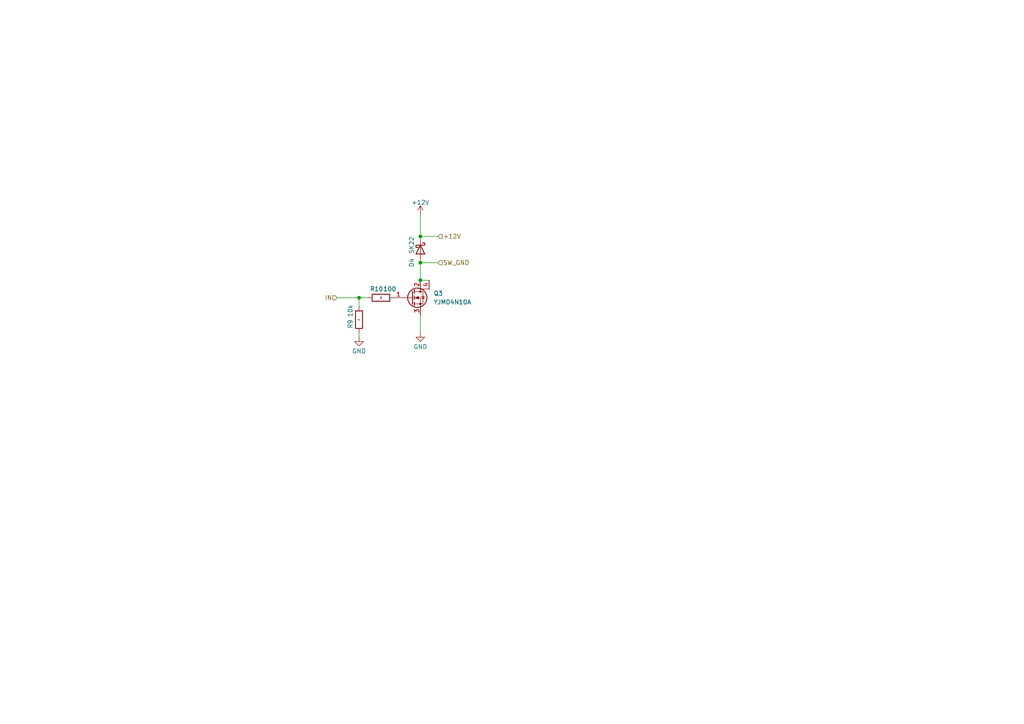
<source format=kicad_sch>
(kicad_sch (version 20231120) (generator "eeschema") (generator_version "8.0")
  (paper "A4")
  (lib_symbols
    (symbol "Device:D_Schottky" (pin_numbers hide) (pin_names (offset 1.016) hide)
      (property "Reference" "D" (at 0 2.54 0))
      (property "Value" "D_Schottky" (at 0 -2.54 0))
      (symbol "D_Schottky_0_1"
        (polyline (pts (xy 1.27 0) (xy -1.27 0)))
        (polyline (pts (xy 1.27 1.27) (xy 1.27 -1.27) (xy -1.27 0) (xy 1.27 1.27)) (stroke (width 0.254)))
        (polyline (pts (xy -1.905 0.635) (xy -1.905 1.27) (xy -1.27 1.27) (xy -1.27 -1.27) (xy -0.635 -1.27) (xy -0.635 -0.635)) (stroke (width 0.254)))
      )
      (symbol "D_Schottky_1_1"
        (pin passive line (at -3.81 0 0) (length 2.54) (name "K") (number "1"))
        (pin passive line (at 3.81 0 180) (length 2.54) (name "A") (number "2"))
      )
    )
    (symbol "Device:Q_NMOS_GDSD" (pin_names (offset 0) hide)
      (property "Reference" "Q" (at 5.08 1.27 0))
      (property "Value" "Q_NMOS_GDSD" (at 5.08 -1.27 0))
      (symbol "Q_NMOS_GDSD_0_1"
        (polyline (pts (xy 0.254 0) (xy -2.54 0)))
        (polyline (pts (xy 0.254 1.905) (xy 0.254 -1.905)) (stroke (width 0.254)))
        (polyline (pts (xy 0.762 -1.27) (xy 0.762 -2.286)) (stroke (width 0.254)))
        (polyline (pts (xy 0.762 0.508) (xy 0.762 -0.508)) (stroke (width 0.254)))
        (polyline (pts (xy 0.762 2.286) (xy 0.762 1.27)) (stroke (width 0.254)))
        (polyline (pts (xy 2.54 -2.54) (xy 2.54 0) (xy 0.762 0)))
        (polyline (pts (xy 5.08 2.54) (xy 2.54 2.54) (xy 2.54 1.778)))
        (polyline (pts (xy 0.762 -1.778) (xy 3.302 -1.778) (xy 3.302 1.778) (xy 0.762 1.778)))
        (polyline (pts (xy 1.016 0) (xy 2.032 0.381) (xy 2.032 -0.381) (xy 1.016 0)) (fill (type outline)))
        (polyline (pts (xy 2.794 0.508) (xy 2.921 0.381) (xy 3.683 0.381) (xy 3.81 0.254)))
        (polyline (pts (xy 3.302 0.381) (xy 2.921 -0.254) (xy 3.683 -0.254) (xy 3.302 0.381)))
        (circle (center 1.651 0) (radius 2.794) (stroke (width 0.254)))
        (circle (center 2.54 -1.778) (radius 0.254) (fill (type outline)))
        (circle (center 2.54 1.778) (radius 0.254) (fill (type outline)))
      )
      (symbol "Q_NMOS_GDSD_1_1"
        (pin input line (at -5.08 0 0) (length 2.54) (name "G") (number "1"))
        (pin passive line (at 2.54 5.08 270) (length 2.54) (name "D") (number "2"))
        (pin passive line (at 2.54 -5.08 90) (length 2.54) (name "S") (number "3"))
        (pin passive line (at 5.08 5.08 270) (length 2.54) (name "D") (number "4"))
      )
    )
    (symbol "Device:R" (pin_numbers hide) (pin_names (offset 0))
      (property "Reference" "R" (at 2.032 0 90))
      (property "Value" "R" (at 0 0 90))
      (symbol "R_0_1"
        (rectangle (start -1.016 -2.54) (end 1.016 2.54) (stroke (width 0.254)))
      )
      (symbol "R_1_1"
        (pin passive line (at 0 3.81 270) (length 1.27) (name "~") (number "1"))
        (pin passive line (at 0 -3.81 90) (length 1.27) (name "~") (number "2"))
      )
    )
    (symbol "power:+12V" (power) (pin_numbers hide) (pin_names (offset 0) hide)
      (property "Value" "+12V" (at 0 3.556 0))
      (symbol "+12V_0_1"
        (polyline (pts (xy -0.762 1.27) (xy 0 2.54)))
        (polyline (pts (xy 0 0) (xy 0 2.54)))
        (polyline (pts (xy 0 2.54) (xy 0.762 1.27)))
      )
      (symbol "+12V_1_1"
        (pin power_in line (at 0 0 90) (length 0) (name "~") (number "1"))
      )
    )
    (symbol "power:GND" (power) (pin_numbers hide) (pin_names (offset 0) hide)
      (property "Value" "GND" (at 0 -3.81 0))
      (symbol "GND_0_1"
        (polyline (pts (xy 0 0) (xy 0 -1.27) (xy 1.27 -1.27) (xy 0 -2.54) (xy -1.27 -1.27) (xy 0 -1.27)))
      )
      (symbol "GND_1_1"
        (pin power_in line (at 0 0 270) (length 0) (name "~") (number "1"))
      )
    )
  )
  (junction (at 104.14 86.36))
  (junction (at 121.92 68.58))
  (junction (at 121.92 81.28))
  (junction (at 121.92 76.2))
  (wire (pts (xy 121.92 76.2) (xy 127 76.2)))
  (wire (pts (xy 104.14 96.52) (xy 104.14 97.79)))
  (wire (pts (xy 121.92 68.58) (xy 127 68.58)))
  (wire (pts (xy 121.92 76.2) (xy 121.92 81.28)))
  (wire (pts (xy 104.14 86.36) (xy 106.68 86.36)))
  (wire (pts (xy 121.92 81.28) (xy 124.46 81.28)))
  (wire (pts (xy 121.92 96.52) (xy 121.92 91.44)))
  (wire (pts (xy 121.92 62.23) (xy 121.92 68.58)))
  (wire (pts (xy 97.79 86.36) (xy 104.14 86.36)))
  (wire (pts (xy 104.14 86.36) (xy 104.14 88.9)))
  (hierarchical_label "IN" (shape input) (at 97.79 86.36 180))
  (hierarchical_label "SW_GND" (shape input) (at 127 76.2 0))
  (hierarchical_label "+12V" (shape input) (at 127 68.58 0))
  (symbol (lib_id "Device:R") (at 104.14 92.71 180) (unit 1)
    (property "Reference" "R9" (at 101.6 93.98 90))
    (property "Value" "10k" (at 101.6 90.17 90))
    (property "Footprint" "Resistor_SMD:R_0805_2012Metric_Pad1.20x1.40mm_HandSolder" (effects (hide yes)))
    (property "Datasheet" "~" (at 104.14 92.71 0))
    (property "Description" "Resistor" (effects (hide yes)))
    (instances (project "fanctrl" (path "" (reference "R9") (unit 1)) (path "" (reference "R7") (unit 1))))
  )
  (symbol (lib_id "Device:Q_NMOS_GDSD") (at 119.38 86.36 0) (unit 1)
    (property "Reference" "Q3" (at 125.73 85.0899 0) (effects (justify left)))
    (property "Value" "YJM04N10A" (at 125.73 87.6299 0) (effects (justify left)))
    (property "Footprint" "Package_TO_SOT_SMD:SOT-223" (effects (hide yes)))
    (property "Description" "N-MOSFET transistor, gate/drain/source, drain connected to mounting plane" (effects (hide yes)))
    (instances (project "fanctrl" (path "" (reference "Q3") (unit 1)) (path "" (reference "Q1") (unit 1))))
  )
  (symbol (lib_id "power:GND") (at 104.14 97.79 0) (unit 1)
    (property "Reference" "#PWR017" (effects (hide yes)))
    (property "Value" "GND" (at 104.14 101.8461 0))
    (property "Description" "Power symbol creates a global label with name \"GND\" , ground" (effects (hide yes)))
    (instances (project "fanctrl" (path "" (reference "#PWR017") (unit 1)) (path "" (reference "#PWR014") (unit 1))))
  )
  (symbol (lib_id "Device:R") (at 110.49 86.36 90) (unit 1)
    (property "Reference" "R10" (at 109.22 83.82 90))
    (property "Value" "100" (at 113.03 83.82 90))
    (property "Footprint" "Resistor_SMD:R_0805_2012Metric_Pad1.20x1.40mm_HandSolder" (effects (hide yes)))
    (property "Datasheet" "~" (at 110.49 86.36 0))
    (property "Description" "Resistor" (effects (hide yes)))
    (instances (project "fanctrl" (path "" (reference "R10") (unit 1)) (path "" (reference "R8") (unit 1))))
  )
  (symbol (lib_id "power:+12V") (at 121.92 62.23 0) (unit 1)
    (property "Reference" "#PWR018" (effects (hide yes)))
    (property "Value" "+12V" (at 121.92 58.7471 0))
    (property "Description" "Power symbol creates a global label with name \"+12V\"" (effects (hide yes)))
    (instances (project "fanctrl" (path "" (reference "#PWR018") (unit 1)) (path "" (reference "#PWR015") (unit 1))))
  )
  (symbol (lib_id "Device:D_Schottky") (at 121.92 72.39 270) (unit 1)
    (property "Reference" "D4" (at 119.38 76.2 0))
    (property "Value" "SK22" (at 119.38 71.12 0))
    (property "Footprint" "Diode_SMD:D_SMB_Handsoldering" (effects (hide yes)))
    (property "Description" "Schottky diode" (effects (hide yes)))
    (instances (project "fanctrl" (path "" (reference "D4") (unit 1)) (path "" (reference "D3") (unit 1))))
  )
  (symbol (lib_id "power:GND") (at 121.92 96.52 0) (unit 1)
    (property "Reference" "#PWR021" (effects (hide yes)))
    (property "Value" "GND" (at 121.92 100.5761 0))
    (property "Description" "Power symbol creates a global label with name \"GND\" , ground" (effects (hide yes)))
    (instances (project "fanctrl" (path "" (reference "#PWR021") (unit 1)) (path "" (reference "#PWR016") (unit 1))))
  )
)
</source>
